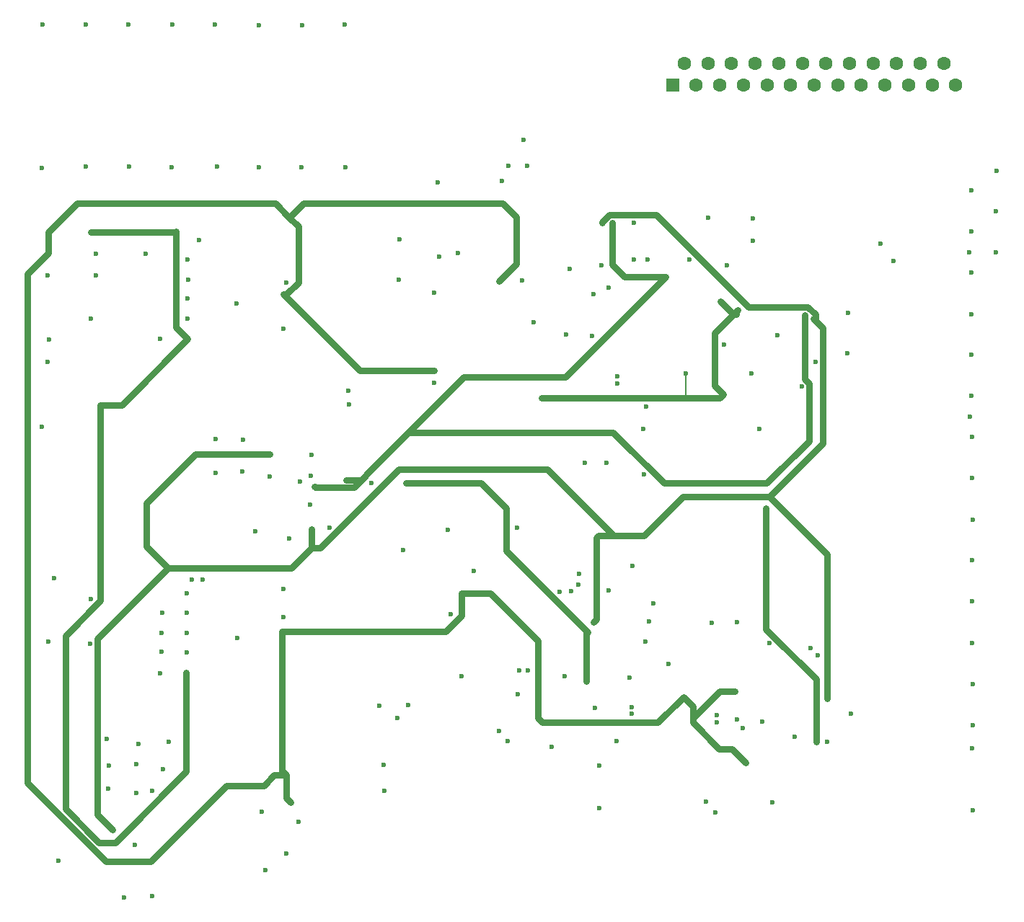
<source format=gbr>
%TF.GenerationSoftware,KiCad,Pcbnew,(7.0.0)*%
%TF.CreationDate,2023-04-15T15:54:35-07:00*%
%TF.ProjectId,FaultSignalGenerator_Isaiah_16Channel,4661756c-7453-4696-976e-616c47656e65,rev?*%
%TF.SameCoordinates,Original*%
%TF.FileFunction,Copper,L3,Inr*%
%TF.FilePolarity,Positive*%
%FSLAX46Y46*%
G04 Gerber Fmt 4.6, Leading zero omitted, Abs format (unit mm)*
G04 Created by KiCad (PCBNEW (7.0.0)) date 2023-04-15 15:54:35*
%MOMM*%
%LPD*%
G01*
G04 APERTURE LIST*
%TA.AperFunction,ComponentPad*%
%ADD10R,1.600000X1.600000*%
%TD*%
%TA.AperFunction,ComponentPad*%
%ADD11C,1.600000*%
%TD*%
%TA.AperFunction,ViaPad*%
%ADD12C,0.600000*%
%TD*%
%TA.AperFunction,Conductor*%
%ADD13C,0.760000*%
%TD*%
%TA.AperFunction,Conductor*%
%ADD14C,0.200000*%
%TD*%
G04 APERTURE END LIST*
D10*
%TO.N,/Amplification Stage/out13*%
%TO.C,J3*%
X129724999Y-39430330D03*
D11*
%TO.N,/Amplification Stage/out12*%
X132495000Y-39430331D03*
%TO.N,/Amplification Stage/out11*%
X135265000Y-39430331D03*
%TO.N,/Amplification Stage/out10*%
X138035000Y-39430331D03*
%TO.N,/Amplification Stage/out9*%
X140805000Y-39430331D03*
%TO.N,/Amplification Stage/out8*%
X143575000Y-39430331D03*
%TO.N,/Amplification Stage/out7*%
X146345000Y-39430331D03*
%TO.N,/Amplification Stage/out6*%
X149115000Y-39430331D03*
%TO.N,/Amplification Stage/out5*%
X151885000Y-39430331D03*
%TO.N,/Amplification Stage/out4*%
X154655000Y-39430331D03*
%TO.N,/Amplification Stage/out3*%
X157425000Y-39430331D03*
%TO.N,/Amplification Stage/out2*%
X160195000Y-39430331D03*
%TO.N,/Amplification Stage/out1*%
X162965000Y-39430331D03*
%TO.N,unconnected-(J3-P14-Pad14)*%
X131110000Y-36890331D03*
%TO.N,unconnected-(J3-P15-Pad15)*%
X133880000Y-36890331D03*
%TO.N,unconnected-(J3-P16-Pad16)*%
X136650000Y-36890331D03*
%TO.N,0*%
X139420000Y-36890331D03*
%TO.N,unconnected-(J3-P18-Pad18)*%
X142190000Y-36890331D03*
%TO.N,unconnected-(J3-P19-Pad19)*%
X144960000Y-36890331D03*
%TO.N,unconnected-(J3-P20-Pad20)*%
X147730000Y-36890331D03*
%TO.N,unconnected-(J3-P21-Pad21)*%
X150500000Y-36890331D03*
%TO.N,unconnected-(J3-P22-Pad22)*%
X153270000Y-36890331D03*
%TO.N,/Amplification Stage/out16*%
X156040000Y-36890331D03*
%TO.N,/Amplification Stage/out15*%
X158810000Y-36890331D03*
%TO.N,/Amplification Stage/out14*%
X161580000Y-36890331D03*
%TD*%
D12*
%TO.N,+5V*%
X76795673Y-122225443D03*
X81745629Y-121719997D03*
X84884724Y-123646075D03*
X101700000Y-73000000D03*
X114300000Y-76200000D03*
%TO.N,Channel10*%
X164600500Y-78338000D03*
X155700000Y-60100000D03*
X154150000Y-58100000D03*
%TO.N,Channel8*%
X124635500Y-108990370D03*
%TO.N,+5V*%
X135351000Y-64873800D03*
X137201000Y-66346960D03*
%TO.N,+6V*%
X146575500Y-116538000D03*
X146575500Y-111588000D03*
X140800000Y-86200000D03*
X140700000Y-89150000D03*
%TO.N,+12V*%
X121415500Y-55588000D03*
X146500000Y-66900000D03*
%TO.N,0*%
X147850000Y-116550000D03*
%TO.N,Channel14*%
X164550500Y-59088000D03*
%TO.N,+5V*%
X137050000Y-110663500D03*
%TO.N,0*%
X81900000Y-131600000D03*
X63500000Y-119350000D03*
X69900000Y-119800000D03*
X66750000Y-122550000D03*
X67050000Y-116800000D03*
X63250000Y-116250000D03*
X70550000Y-116550000D03*
X68650000Y-122300000D03*
X63450000Y-122100000D03*
%TO.N,+12V*%
X64000000Y-126900000D03*
%TO.N,0*%
X57600000Y-130500000D03*
X65300000Y-134850000D03*
X68600000Y-134650000D03*
X84397720Y-129697720D03*
X85834724Y-125921075D03*
X81450000Y-124800000D03*
X86000000Y-86000000D03*
X89446614Y-91396614D03*
%TO.N,+5V*%
X131300000Y-73309100D03*
%TO.N,+6V*%
X119761506Y-103708569D03*
%TO.N,0*%
X138950000Y-73300000D03*
%TO.N,+6V*%
X122748417Y-60601583D03*
%TO.N,Net-(C1-Pad1)*%
X98123800Y-94048400D03*
%TO.N,gain7*%
X109321144Y-115279237D03*
%TO.N,0*%
X87370030Y-82886478D03*
X69551421Y-108525966D03*
X69531048Y-69195872D03*
X164967812Y-90499253D03*
X60817161Y-32307718D03*
X70904204Y-49109904D03*
X164834511Y-61483950D03*
X91301902Y-49072951D03*
X81158482Y-49072951D03*
X111539234Y-110938284D03*
X84008385Y-98608385D03*
X60797736Y-48999047D03*
X55666575Y-79564560D03*
X55698312Y-49146856D03*
X164767860Y-51775154D03*
X94325500Y-86188000D03*
X164812294Y-66327239D03*
X76087720Y-81011147D03*
X126369744Y-85120944D03*
X164878945Y-85611529D03*
X129272891Y-107392601D03*
X76225343Y-48980570D03*
X78648795Y-104399780D03*
X120632937Y-112546522D03*
X76060006Y-85002001D03*
X164945595Y-109783543D03*
X164767860Y-75924950D03*
X164901161Y-117359514D03*
X65878684Y-49035999D03*
X139164190Y-55057335D03*
X80771430Y-91875138D03*
X56359432Y-61744289D03*
X112025376Y-62397035D03*
X78502500Y-65126922D03*
X104961715Y-108868952D03*
X66752281Y-119195957D03*
X65861157Y-32335433D03*
X112188886Y-45843042D03*
X121402667Y-60599240D03*
X146509120Y-71954602D03*
X164878945Y-100074747D03*
X115565048Y-117190265D03*
X164790077Y-71081661D03*
X61403428Y-66871427D03*
X91247422Y-32280004D03*
X86258855Y-32390861D03*
X71016010Y-32335433D03*
X95857702Y-122346848D03*
X164945595Y-114582399D03*
X84725500Y-92688000D03*
X164834511Y-56640660D03*
X140278920Y-114164508D03*
X81187144Y-32363147D03*
X121121710Y-119322684D03*
X55745450Y-32335433D03*
X61347999Y-105006254D03*
X57080003Y-97329403D03*
X75949149Y-32280004D03*
X131701806Y-59893627D03*
X101697400Y-63819400D03*
X164901161Y-80723806D03*
X86128573Y-49109904D03*
X109699495Y-50702122D03*
X120271198Y-68891481D03*
X122215618Y-63204381D03*
X66585995Y-128701950D03*
X101735900Y-74425900D03*
X95319996Y-112360001D03*
X135761021Y-69925207D03*
X164856728Y-104962471D03*
X164901161Y-95209241D03*
X56359432Y-71943138D03*
X164945595Y-124580015D03*
X134293915Y-102593745D03*
%TO.N,gain13*%
X133923903Y-55051958D03*
%TO.N,Channel3*%
X144047010Y-115930360D03*
X133667054Y-123554667D03*
%TO.N,gain3*%
X123131724Y-116496848D03*
%TO.N,gain4*%
X95770292Y-119287144D03*
%TO.N,Channel4*%
X141414035Y-123635390D03*
%TO.N,Channel11*%
X117609410Y-61019824D03*
%TO.N,gain11*%
X120419148Y-63955612D03*
%TO.N,gain12*%
X113426168Y-67270861D03*
%TO.N,Channel12*%
X125210472Y-59914725D03*
%TO.N,Channel2*%
X150652437Y-113279681D03*
%TO.N,gain2*%
X106365148Y-96508684D03*
%TO.N,gain1*%
X103316261Y-91653050D03*
%TO.N,Channel1*%
X141054726Y-104948334D03*
%TO.N,gain10*%
X110419748Y-48890734D03*
%TO.N,gain9*%
X112615500Y-48888000D03*
%TO.N,Channel9*%
X125178613Y-55609097D03*
%TO.N,Channel7*%
X117010498Y-108821485D03*
%TO.N,gain8*%
X121154938Y-124355321D03*
%TO.N,Channel15*%
X142062298Y-68810829D03*
%TO.N,gain15*%
X144864565Y-74840578D03*
%TO.N,gain16*%
X126305720Y-79819433D03*
%TO.N,Channel16*%
X150275155Y-70914031D03*
%TO.N,Channel6*%
X118750554Y-96847238D03*
%TO.N,gain6*%
X127464655Y-100317269D03*
X125038929Y-95917504D03*
X117828668Y-98878563D03*
%TO.N,gain5*%
X126951586Y-102422046D03*
X116470861Y-98928750D03*
X122186569Y-98789341D03*
%TO.N,Channel5*%
X118654011Y-98105927D03*
%TO.N,gain14*%
X136110543Y-60597372D03*
%TO.N,Channel13*%
X150341535Y-66189502D03*
%TO.N,Net-(C58-Pad1)*%
X126815238Y-59937651D03*
%TO.N,Net-(C57-Pad1)*%
X97602281Y-62314440D03*
%TO.N,Net-(C56-Pad1)*%
X117195505Y-68740611D03*
%TO.N,Net-(C55-Pad1)*%
X102108569Y-50901144D03*
%TO.N,Net-(C54-Pad1)*%
X97642278Y-57530379D03*
%TO.N,/Amplification Stage/out14*%
X167675500Y-59088000D03*
%TO.N,Net-(C2-Pad1)*%
X111491278Y-91439754D03*
%TO.N,Net-(C3-Pad1)*%
X110328602Y-116466178D03*
%TO.N,Net-(C4-Pad1)*%
X98703686Y-112276659D03*
%TO.N,Net-(C5-Pad1)*%
X126516504Y-104761562D03*
%TO.N,Net-(C17-Pad1)*%
X137317871Y-102503127D03*
%TO.N,Net-(C18-Pad1)*%
X134760876Y-124868565D03*
%TO.N,Net-(C19-Pad1)*%
X97379313Y-113747459D03*
%TO.N,Net-(U15-BCK)*%
X72737365Y-64475012D03*
%TO.N,TDMA_BCLK*%
X69739854Y-103799139D03*
%TO.N,Net-(U14-BCK)*%
X72650500Y-103788000D03*
%TO.N,TDMB_DATA*%
X56455751Y-104794749D03*
%TO.N,Net-(U15-DATA1)*%
X72833017Y-62275032D03*
%TO.N,+12V*%
X87348918Y-91615410D03*
X147850838Y-111475041D03*
X120425500Y-102513000D03*
X82396967Y-82804935D03*
%TO.N,Net-(U13-3IN+)*%
X87193027Y-88693330D03*
%TO.N,Net-(U13-3IN-)*%
X87278797Y-85319842D03*
%TO.N,+6V*%
X145250065Y-71412638D03*
X122660561Y-55625987D03*
X98385347Y-86199599D03*
X119563024Y-109480057D03*
X145216607Y-66460812D03*
X87713831Y-86574946D03*
X91355346Y-85820567D03*
%TO.N,TDMA_DATA*%
X69781425Y-101387998D03*
%TO.N,Net-(U14-DATA1)*%
X72650500Y-101438000D03*
%TO.N,TDMB_LRCLK*%
X61458856Y-99770858D03*
%TO.N,Net-(U15-LRCK)*%
X72785191Y-66866296D03*
%TO.N,TDMB_SCK*%
X56482723Y-69295003D03*
%TO.N,Net-(U15-SCK)*%
X72785191Y-59931574D03*
%TO.N,TDMA_LRCLK*%
X69698282Y-105960851D03*
%TO.N,Net-(U14-LRCK)*%
X72650500Y-106088000D03*
%TO.N,Net-(U14-SCK)*%
X72650500Y-99088000D03*
%TO.N,Net-(C70-Pad1)*%
X139163666Y-57690218D03*
%TO.N,Net-(C71-Pad1)*%
X139874575Y-79790065D03*
%TO.N,Net-(C72-Pad1)*%
X126640188Y-77206477D03*
%TO.N,/Amplification Stage/out16*%
X167800000Y-49500000D03*
%TO.N,+5V*%
X111742472Y-102523808D03*
X111365841Y-54931100D03*
X104931092Y-101588009D03*
X104943239Y-99096952D03*
X83875428Y-103647003D03*
X84065190Y-68072857D03*
X113903236Y-113789774D03*
X84374285Y-120498282D03*
X84025569Y-64025922D03*
X109308969Y-62490520D03*
X56434285Y-59177523D03*
X130984935Y-111288383D03*
X83819999Y-107545476D03*
X56452761Y-56664763D03*
X138317483Y-119025990D03*
%TO.N,/Amplification Stage/out15*%
X167675500Y-54238000D03*
%TO.N,SCL*%
X123232326Y-73633047D03*
X137269488Y-113977009D03*
X61984005Y-61754001D03*
X74130668Y-57636893D03*
X104521840Y-59173534D03*
X91734735Y-76974586D03*
X74516485Y-97480260D03*
X111757438Y-108200988D03*
X124933379Y-112466842D03*
X134915466Y-113417396D03*
X119380000Y-83820000D03*
X145964959Y-105543870D03*
%TO.N,SDA*%
X91651030Y-75342338D03*
X73273791Y-97502158D03*
X121920000Y-83820000D03*
X146742072Y-106425700D03*
X124933379Y-113297691D03*
X62011719Y-59204289D03*
X67840004Y-59204763D03*
X112761898Y-108176186D03*
X123219926Y-74463896D03*
X137959265Y-114924084D03*
X102300401Y-59608700D03*
X134952668Y-114297848D03*
%TO.N,+1*%
X103659334Y-101619313D03*
%TO.N,COM1*%
X79294721Y-81096717D03*
X84073325Y-101922051D03*
%TO.N,COM2*%
X84397944Y-62627524D03*
X79230954Y-84827119D03*
%TO.N,+10*%
X82452930Y-85374288D03*
%TO.N,+3.3V*%
X72785191Y-69257579D03*
X61447721Y-56682291D03*
X71415618Y-56655999D03*
X62491625Y-77013900D03*
X72638000Y-108438000D03*
%TD*%
D13*
%TO.N,+5V*%
X54000000Y-61611808D02*
X54000000Y-121397646D01*
X54000000Y-121397646D02*
X63180074Y-130577720D01*
X63180074Y-130577720D02*
X68443396Y-130577720D01*
X56434285Y-59177523D02*
X54000000Y-61611808D01*
X68443396Y-130577720D02*
X76795673Y-122225443D01*
X111365841Y-60433648D02*
X109308969Y-62490520D01*
X77301119Y-121719997D02*
X76795673Y-122225443D01*
X81745629Y-121719997D02*
X77301119Y-121719997D01*
X84374285Y-120498282D02*
X82967344Y-120498282D01*
X82967344Y-120498282D02*
X81745629Y-121719997D01*
X84374285Y-120498282D02*
X84374285Y-123135636D01*
X84374285Y-123135636D02*
X84884724Y-123646075D01*
X83819999Y-103702432D02*
X83875428Y-103647003D01*
X83819999Y-107545476D02*
X83819999Y-103702432D01*
X92999647Y-73000000D02*
X101700000Y-73000000D01*
X84025569Y-64025922D02*
X92999647Y-73000000D01*
X104931092Y-99109099D02*
X104943239Y-99096952D01*
X104931092Y-101588009D02*
X104931092Y-99109099D01*
X108315616Y-99096952D02*
X104943239Y-99096952D01*
X111742472Y-102523808D02*
X108315616Y-99096952D01*
X136824160Y-66346960D02*
X135351000Y-64873800D01*
X137201000Y-66346960D02*
X136824160Y-66346960D01*
X136200000Y-67000000D02*
X136853040Y-66346960D01*
X136200000Y-67000000D02*
X134620000Y-68580000D01*
X137332610Y-65867390D02*
X136200000Y-67000000D01*
X136853040Y-66346960D02*
X137201000Y-66346960D01*
%TO.N,+6V*%
X128693308Y-86200000D02*
X140800000Y-86200000D01*
X122748600Y-80255292D02*
X128693308Y-86200000D01*
X98705292Y-80255292D02*
X122748600Y-80255292D01*
X98705292Y-80255292D02*
X105209865Y-73750718D01*
X94560292Y-84400292D02*
X98705292Y-80255292D01*
X146575500Y-111588000D02*
X146575500Y-116538000D01*
X146575500Y-109224600D02*
X146575500Y-111588000D01*
X140700000Y-89150000D02*
X140700000Y-103349100D01*
X140700000Y-103349100D02*
X146575500Y-109224600D01*
X145744565Y-81255435D02*
X140800000Y-86200000D01*
X145250065Y-73981570D02*
X145744565Y-74476070D01*
X145250065Y-71412638D02*
X145250065Y-73981570D01*
X145744565Y-74476070D02*
X145744565Y-81255435D01*
%TO.N,+12V*%
X138600812Y-65500812D02*
X127765987Y-54665987D01*
X122262916Y-54665987D02*
X121415500Y-55513403D01*
X145614253Y-65500812D02*
X138600812Y-65500812D01*
X146500000Y-66386559D02*
X145614253Y-65500812D01*
X127765987Y-54665987D02*
X122262916Y-54665987D01*
X146500000Y-66900000D02*
X146500000Y-66386559D01*
X121415500Y-55513403D02*
X121415500Y-55588000D01*
X146300000Y-66900000D02*
X146500000Y-67100000D01*
X146500000Y-66900000D02*
X146300000Y-66900000D01*
X146500000Y-67100000D02*
X146500000Y-66900000D01*
X147389120Y-67989120D02*
X146500000Y-67100000D01*
X147389120Y-81486960D02*
X147389120Y-67989120D01*
X141108040Y-87768040D02*
X147389120Y-81486960D01*
%TO.N,+5V*%
X135216500Y-110663500D02*
X137050000Y-110663500D01*
X132080000Y-113800000D02*
X135216500Y-110663500D01*
X132080000Y-113800000D02*
X132080000Y-114300000D01*
X132080000Y-112383448D02*
X132080000Y-113800000D01*
X84374078Y-64025922D02*
X84025569Y-64025922D01*
X85799282Y-62600718D02*
X84374078Y-64025922D01*
X85799282Y-56044214D02*
X85799282Y-62600718D01*
X103052997Y-103647003D02*
X104931092Y-101768908D01*
X83875428Y-103647003D02*
X103052997Y-103647003D01*
X104931092Y-101768908D02*
X104931092Y-101588009D01*
%TO.N,+6V*%
X110186657Y-94133720D02*
X110186657Y-89131870D01*
X119761506Y-103708569D02*
X110186657Y-94133720D01*
%TO.N,+12V*%
X62227999Y-104465501D02*
X70505500Y-96188000D01*
X62227999Y-125127999D02*
X62227999Y-104465501D01*
X64000000Y-126900000D02*
X62227999Y-125127999D01*
%TO.N,+3.3V*%
X72638000Y-120049225D02*
X72638000Y-108438000D01*
X62362413Y-128402413D02*
X64284812Y-128402413D01*
X58420000Y-124460000D02*
X62362413Y-128402413D01*
X64284812Y-128402413D02*
X72638000Y-120049225D01*
X62491625Y-100003383D02*
X58420000Y-104075008D01*
X62491625Y-77013900D02*
X62491625Y-100003383D01*
X58420000Y-104075008D02*
X58420000Y-124460000D01*
D14*
%TO.N,+5V*%
X131300000Y-73309100D02*
X131300000Y-76050000D01*
X131300000Y-76050000D02*
X131450000Y-76200000D01*
D13*
X131450000Y-76200000D02*
X135242270Y-76200000D01*
X114300000Y-76200000D02*
X131450000Y-76200000D01*
%TO.N,+6V*%
X119737525Y-103708569D02*
X119761506Y-103708569D01*
X119563024Y-103883070D02*
X119737525Y-103708569D01*
X119563024Y-109480057D02*
X119563024Y-103883070D01*
%TO.N,+12V*%
X120800000Y-102138500D02*
X120425500Y-102513000D01*
X120800000Y-92589201D02*
X120800000Y-102138500D01*
X121058621Y-92330580D02*
X120800000Y-92589201D01*
%TO.N,+5V*%
X134620000Y-74749146D02*
X135656562Y-75785708D01*
X135242270Y-76200000D02*
X135656562Y-75785708D01*
X134620000Y-68580000D02*
X134620000Y-74749146D01*
X137332610Y-65867390D02*
X137121889Y-66078111D01*
X137121889Y-66078111D02*
X137121889Y-66348300D01*
%TO.N,+6V*%
X122748417Y-60601583D02*
X124090779Y-61943944D01*
X122652155Y-60505320D02*
X122748417Y-60601583D01*
%TO.N,+12V*%
X122814692Y-92330580D02*
X121058621Y-92330580D01*
X67965500Y-93648000D02*
X70505500Y-96188000D01*
X84921840Y-96188000D02*
X87348918Y-93760922D01*
X88326107Y-93760922D02*
X97538163Y-84548866D01*
X126385500Y-92330580D02*
X122814692Y-92330580D01*
X87348918Y-93760922D02*
X88326107Y-93760922D01*
X70505500Y-96188000D02*
X84921840Y-96188000D01*
X67965500Y-88568000D02*
X73728565Y-82804935D01*
X147850838Y-94510838D02*
X147850838Y-111475041D01*
X130948040Y-87768040D02*
X141108040Y-87768040D01*
X126385500Y-92330580D02*
X130948040Y-87768040D01*
X97538163Y-84548866D02*
X115032978Y-84548866D01*
X87348918Y-93760922D02*
X87348918Y-91615410D01*
X67965500Y-93648000D02*
X67965500Y-88568000D01*
X141108040Y-87768040D02*
X147850838Y-94510838D01*
X73728565Y-82804935D02*
X82396967Y-82804935D01*
X115032978Y-84548866D02*
X122814692Y-92330580D01*
%TO.N,+6V*%
X122660561Y-60496914D02*
X122660561Y-55625987D01*
X87933139Y-86637110D02*
X87870975Y-86637110D01*
X98385347Y-86199599D02*
X107254386Y-86199599D01*
X145216607Y-66460812D02*
X145250065Y-66494270D01*
X92323473Y-86637110D02*
X94560292Y-84400292D01*
X145250065Y-66494270D02*
X145250065Y-71412638D01*
X91355346Y-85820567D02*
X93140017Y-85820567D01*
X93140017Y-85820567D02*
X94560292Y-84400292D01*
X107254386Y-86199599D02*
X110186657Y-89131870D01*
X87995303Y-86637110D02*
X92323473Y-86637110D01*
X117118726Y-73750718D02*
X105209865Y-73750718D01*
X128925500Y-61943944D02*
X117118726Y-73750718D01*
X124090779Y-61943944D02*
X128925500Y-61943944D01*
X87713831Y-86574946D02*
X87995303Y-86637110D01*
X87870975Y-86637110D02*
X87713831Y-86574946D01*
X122652155Y-60505320D02*
X122660561Y-60496914D01*
%TO.N,+5V*%
X138317483Y-119025990D02*
X136669488Y-117377995D01*
X59777524Y-53340000D02*
X56452761Y-56664763D01*
X132080000Y-114300000D02*
X135157995Y-117377995D01*
X56452761Y-56664763D02*
X56434285Y-56683239D01*
X109774741Y-53340000D02*
X86360000Y-53340000D01*
X83819999Y-119943996D02*
X84374285Y-120498282D01*
X111365841Y-54931100D02*
X109774741Y-53340000D01*
X113903236Y-113789774D02*
X114413462Y-114300000D01*
X113903236Y-104684572D02*
X111742472Y-102523808D01*
X83095068Y-53340000D02*
X59777524Y-53340000D01*
X84727534Y-54972466D02*
X83095068Y-53340000D01*
X86360000Y-53340000D02*
X84727534Y-54972466D01*
X127973318Y-114300000D02*
X130984935Y-111288383D01*
X111365841Y-54931100D02*
X111365841Y-60433648D01*
X130984935Y-111288383D02*
X132080000Y-112383448D01*
X135157995Y-117377995D02*
X136669488Y-117377995D01*
X56434285Y-56683239D02*
X56434285Y-59177523D01*
X85799282Y-56044214D02*
X84727534Y-54972466D01*
X114413462Y-114300000D02*
X127973318Y-114300000D01*
X83819999Y-107545476D02*
X83819999Y-119943996D01*
X113903236Y-113789774D02*
X113903236Y-104684572D01*
%TO.N,+3.3V*%
X71389326Y-56682291D02*
X71415618Y-56655999D01*
X61447721Y-56682291D02*
X71389326Y-56682291D01*
X72785191Y-69257579D02*
X71415618Y-67888006D01*
X71415618Y-67888006D02*
X71415618Y-56655999D01*
X72785191Y-69257579D02*
X65028870Y-77013900D01*
X65028870Y-77013900D02*
X62491625Y-77013900D01*
%TD*%
M02*

</source>
